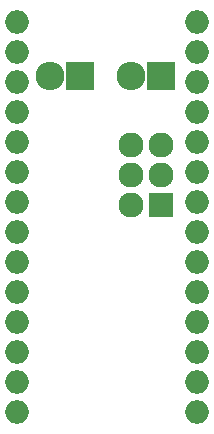
<source format=gbs>
G04 #@! TF.FileFunction,Soldermask,Bot*
%FSLAX46Y46*%
G04 Gerber Fmt 4.6, Leading zero omitted, Abs format (unit mm)*
G04 Created by KiCad (PCBNEW 4.0.2-stable) date 6/14/2016 9:54:22 PM*
%MOMM*%
G01*
G04 APERTURE LIST*
%ADD10C,0.100000*%
%ADD11R,2.432000X2.432000*%
%ADD12O,2.432000X2.432000*%
%ADD13R,2.127200X2.127200*%
%ADD14O,2.127200X2.127200*%
%ADD15O,2.000000X2.000000*%
G04 APERTURE END LIST*
D10*
D11*
X155448000Y-124968000D03*
D12*
X152908000Y-124968000D03*
D11*
X162306000Y-124968000D03*
D12*
X159766000Y-124968000D03*
D13*
X162306000Y-135890000D03*
D14*
X159766000Y-135890000D03*
X162306000Y-133350000D03*
X159766000Y-133350000D03*
X162306000Y-130810000D03*
X159766000Y-130810000D03*
D15*
X150114000Y-120396000D03*
X150114000Y-122936000D03*
X150114000Y-125476000D03*
X150114000Y-128016000D03*
X150114000Y-130556000D03*
X150114000Y-133096000D03*
X150114000Y-135636000D03*
X150114000Y-138176000D03*
X150114000Y-140716000D03*
X150114000Y-143256000D03*
X150114000Y-145796000D03*
X150114000Y-148336000D03*
X150114000Y-150876000D03*
X150114000Y-153416000D03*
X165354000Y-153416000D03*
X165354000Y-150876000D03*
X165354000Y-148336000D03*
X165354000Y-145796000D03*
X165354000Y-143256000D03*
X165354000Y-140716000D03*
X165354000Y-138176000D03*
X165354000Y-135636000D03*
X165354000Y-133096000D03*
X165354000Y-130556000D03*
X165354000Y-128016000D03*
X165354000Y-125476000D03*
X165354000Y-122936000D03*
X165354000Y-120396000D03*
M02*

</source>
